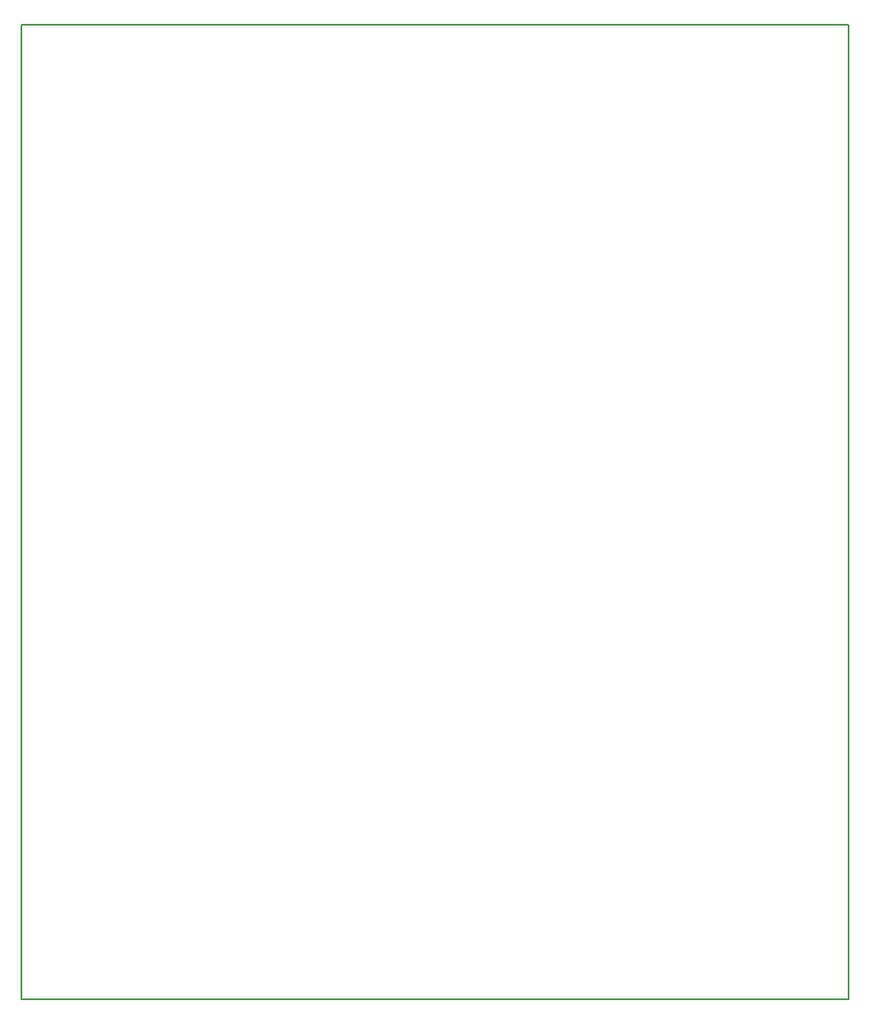
<source format=gbr>
G04 #@! TF.GenerationSoftware,KiCad,Pcbnew,(5.0.0)*
G04 #@! TF.CreationDate,2019-01-08T14:26:09-08:00*
G04 #@! TF.ProjectId,psu_board,7073755F626F6172642E6B696361645F,rev?*
G04 #@! TF.SameCoordinates,Original*
G04 #@! TF.FileFunction,Profile,NP*
%FSLAX46Y46*%
G04 Gerber Fmt 4.6, Leading zero omitted, Abs format (unit mm)*
G04 Created by KiCad (PCBNEW (5.0.0)) date 01/08/19 14:26:09*
%MOMM*%
%LPD*%
G01*
G04 APERTURE LIST*
%ADD10C,0.150000*%
G04 APERTURE END LIST*
D10*
X100000000Y-150000000D02*
X185000000Y-150000000D01*
X185000000Y-50000000D02*
X185000000Y-150000000D01*
X100000000Y-50000000D02*
X185000000Y-50000000D01*
X100000000Y-50000000D02*
X100000000Y-150000000D01*
M02*

</source>
